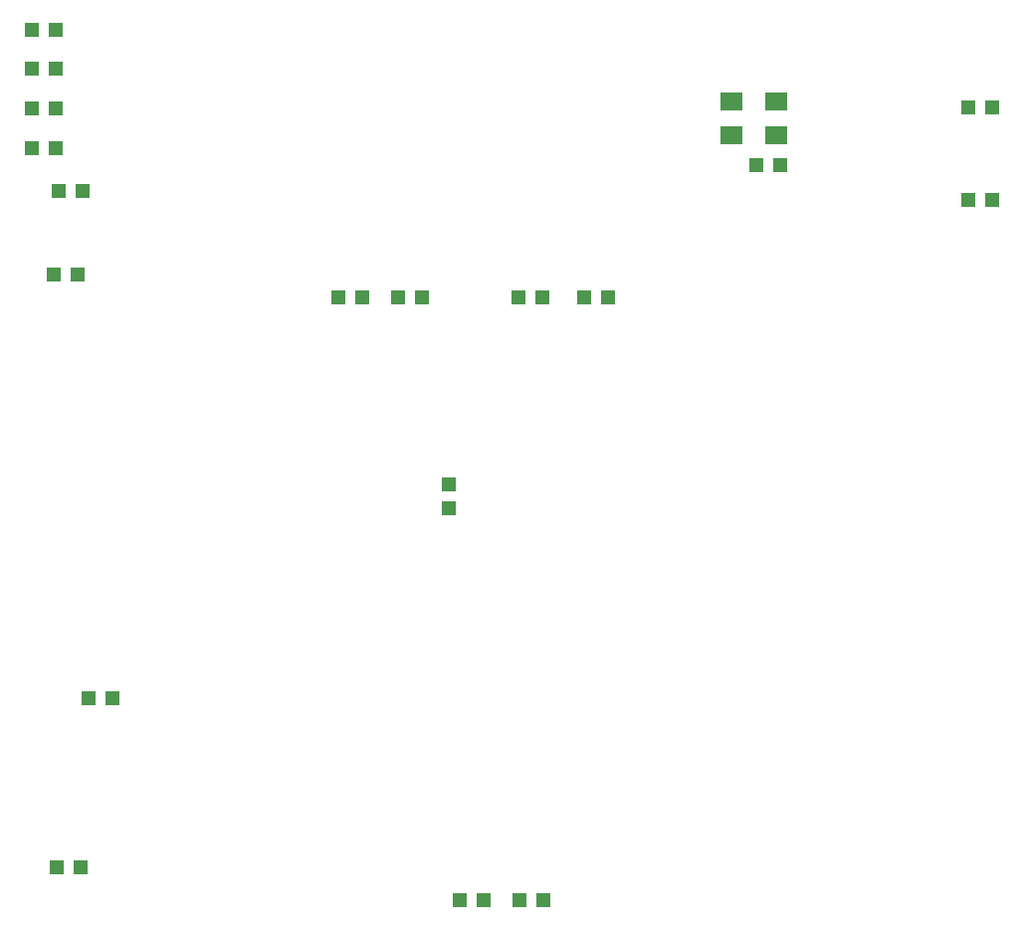
<source format=gbp>
G04 Layer_Color=128*
%FSLAX24Y24*%
%MOIN*%
G70*
G01*
G75*
%ADD13R,0.0500X0.0500*%
%ADD21R,0.0500X0.0500*%
%ADD62R,0.0750X0.0600*%
D13*
X18680Y22050D02*
D03*
Y22850D02*
D03*
D21*
X5430Y29900D02*
D03*
X6230D02*
D03*
X5512Y38103D02*
D03*
X4712D02*
D03*
X5512Y36783D02*
D03*
X4712D02*
D03*
X5512Y35463D02*
D03*
X4712D02*
D03*
X5512Y34143D02*
D03*
X4712D02*
D03*
X21800Y29141D02*
D03*
X21000D02*
D03*
X15768D02*
D03*
X14968D02*
D03*
X36090Y35500D02*
D03*
X36890D02*
D03*
X36090Y32390D02*
D03*
X36890D02*
D03*
X28990Y33560D02*
D03*
X29790D02*
D03*
X6358Y10020D02*
D03*
X5558D02*
D03*
X7412Y15680D02*
D03*
X6612D02*
D03*
X19860Y8920D02*
D03*
X19060D02*
D03*
X21060D02*
D03*
X21860D02*
D03*
X6420Y32700D02*
D03*
X5620D02*
D03*
X23200Y29141D02*
D03*
X24000D02*
D03*
X17768D02*
D03*
X16968D02*
D03*
D62*
X28140Y35680D02*
D03*
X29640D02*
D03*
X28160Y34570D02*
D03*
X29660D02*
D03*
M02*

</source>
